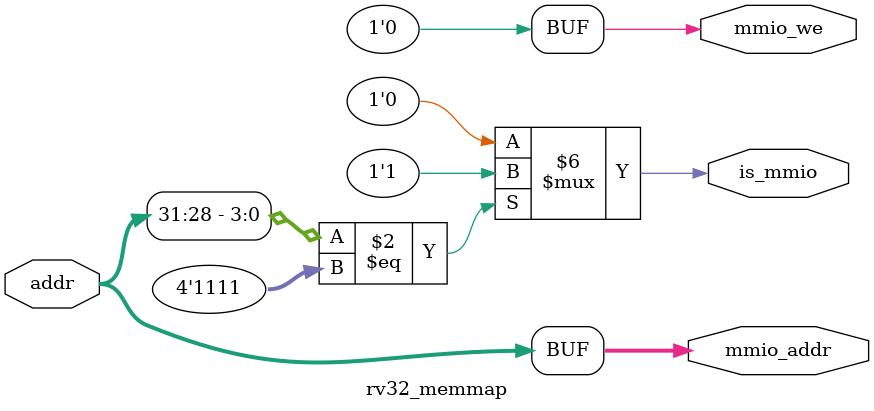
<source format=sv>
module rv32_memmap (
  input logic [31:0] addr,
  output logic is_mmio,
  output logic mmio_we,
  output logic [31:0] mmio_addr
);
  always_comb begin
    // default: nothing
    is_mmio = 1'b0;
    mmio_we = 1'b0;
    mmio_addr = addr;

    // simple region decode: top nibble == 0xf
    if (addr[31:28] == 4'hF) begin
      is_mmio = 1'b1;
      // mmio_we is intentionally left 0 here; core should and memwrite into it
      mmio_we = 1'b0;
    end
  end
endmodule
</source>
